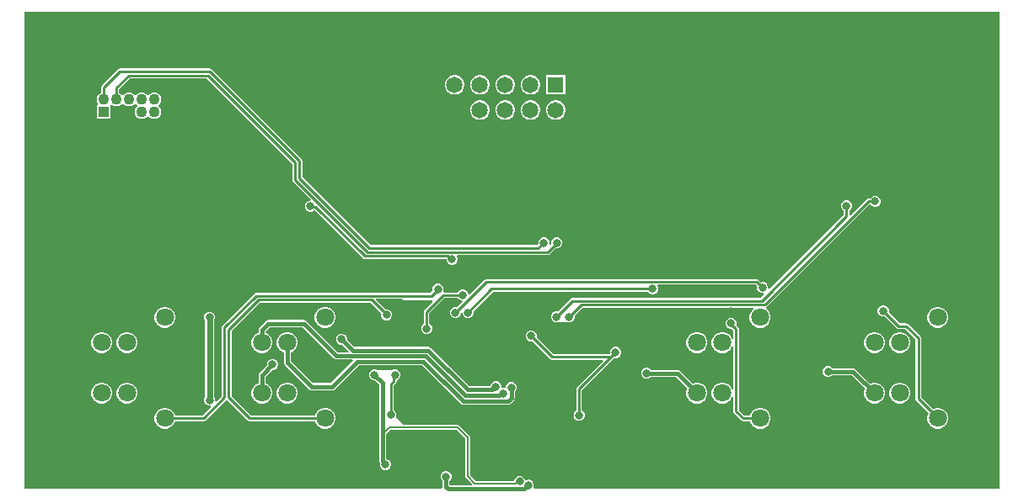
<source format=gbl>
G04*
G04 #@! TF.GenerationSoftware,Altium Limited,Altium Designer,21.9.1 (22)*
G04*
G04 Layer_Physical_Order=2*
G04 Layer_Color=16711680*
%FSLAX25Y25*%
%MOIN*%
G70*
G04*
G04 #@! TF.SameCoordinates,0F29A8BA-E8F9-4293-BDD9-90E20D7A2386*
G04*
G04*
G04 #@! TF.FilePolarity,Positive*
G04*
G01*
G75*
%ADD13C,0.01000*%
%ADD37C,0.02362*%
%ADD38C,0.01575*%
%ADD42C,0.00800*%
%ADD43C,0.07087*%
%ADD44R,0.06496X0.06496*%
%ADD45C,0.06496*%
%ADD46R,0.04331X0.04331*%
%ADD47C,0.04331*%
%ADD48C,0.03150*%
G36*
X389764Y3937D02*
X205642D01*
X205308Y4437D01*
X205452Y4784D01*
Y5649D01*
X205121Y6448D01*
X204509Y7060D01*
X203710Y7391D01*
X202845D01*
X202472Y7237D01*
X201978Y7224D01*
X201647Y8023D01*
X201035Y8635D01*
X200236Y8966D01*
X199371D01*
X198571Y8635D01*
X197959Y8023D01*
X197628Y7224D01*
Y7023D01*
X182509D01*
X180252Y9281D01*
Y24213D01*
X180174Y24603D01*
X179953Y24934D01*
X176016Y28871D01*
X175686Y29092D01*
X175295Y29169D01*
X153921D01*
X150952Y32138D01*
X150800Y32366D01*
X150994Y32835D01*
Y33700D01*
X150663Y34500D01*
X150051Y35111D01*
X149941Y35157D01*
Y44798D01*
X150842Y45700D01*
X150842Y45700D01*
X151086Y46064D01*
X151171Y46493D01*
X151171Y46493D01*
Y46965D01*
X151693Y47181D01*
X152304Y47793D01*
X152636Y48593D01*
Y49458D01*
X152304Y50257D01*
X151693Y50869D01*
X150893Y51200D01*
X150028D01*
X149229Y50869D01*
X149147Y50787D01*
X143996D01*
X143996Y50787D01*
X143542Y50897D01*
X142810Y51200D01*
X141945D01*
X141146Y50869D01*
X140534Y50257D01*
X140203Y49458D01*
Y48593D01*
X140534Y47793D01*
X141146Y47181D01*
X141945Y46850D01*
X142533D01*
X144255Y45129D01*
Y25689D01*
Y14895D01*
X144362Y14353D01*
X144546Y14079D01*
X144479Y13917D01*
Y13052D01*
X144810Y12252D01*
X145422Y11641D01*
X146221Y11310D01*
X147086D01*
X147886Y11641D01*
X148497Y12252D01*
X148828Y13052D01*
Y13917D01*
X148497Y14716D01*
X147886Y15328D01*
X147086Y15659D01*
X147084D01*
Y25662D01*
X148552Y27130D01*
X174873D01*
X178213Y23790D01*
Y8858D01*
X178290Y8468D01*
X178511Y8137D01*
X180994Y5655D01*
X180787Y5155D01*
X172178D01*
X172084Y5249D01*
Y7000D01*
X172513Y7429D01*
X172844Y8229D01*
Y9094D01*
X172513Y9893D01*
X171901Y10505D01*
X171102Y10836D01*
X170237D01*
X169437Y10505D01*
X168826Y9893D01*
X168494Y9094D01*
Y8229D01*
X168826Y7429D01*
X169255Y7000D01*
Y4663D01*
X169300Y4437D01*
X168930Y3937D01*
X3937D01*
Y192913D01*
X389764D01*
Y3937D01*
D02*
G37*
%LPC*%
G36*
X217943Y167785D02*
X210246D01*
Y160089D01*
X217943D01*
Y167785D01*
D02*
G37*
G36*
X204601D02*
X203588D01*
X202609Y167523D01*
X201732Y167016D01*
X201015Y166300D01*
X200509Y165422D01*
X200247Y164444D01*
Y163430D01*
X200509Y162452D01*
X201015Y161574D01*
X201732Y160858D01*
X202609Y160351D01*
X203588Y160089D01*
X204601D01*
X205580Y160351D01*
X206457Y160858D01*
X207174Y161574D01*
X207680Y162452D01*
X207943Y163430D01*
Y164444D01*
X207680Y165422D01*
X207174Y166300D01*
X206457Y167016D01*
X205580Y167523D01*
X204601Y167785D01*
D02*
G37*
G36*
X194601D02*
X193588D01*
X192609Y167523D01*
X191732Y167016D01*
X191015Y166300D01*
X190509Y165422D01*
X190246Y164444D01*
Y163430D01*
X190509Y162452D01*
X191015Y161574D01*
X191732Y160858D01*
X192609Y160351D01*
X193588Y160089D01*
X194601D01*
X195580Y160351D01*
X196457Y160858D01*
X197174Y161574D01*
X197680Y162452D01*
X197942Y163430D01*
Y164444D01*
X197680Y165422D01*
X197174Y166300D01*
X196457Y167016D01*
X195580Y167523D01*
X194601Y167785D01*
D02*
G37*
G36*
X184601D02*
X183588D01*
X182609Y167523D01*
X181732Y167016D01*
X181015Y166300D01*
X180509Y165422D01*
X180246Y164444D01*
Y163430D01*
X180509Y162452D01*
X181015Y161574D01*
X181732Y160858D01*
X182609Y160351D01*
X183588Y160089D01*
X184601D01*
X185580Y160351D01*
X186457Y160858D01*
X187174Y161574D01*
X187680Y162452D01*
X187943Y163430D01*
Y164444D01*
X187680Y165422D01*
X187174Y166300D01*
X186457Y167016D01*
X185580Y167523D01*
X184601Y167785D01*
D02*
G37*
G36*
X174601D02*
X173588D01*
X172609Y167523D01*
X171732Y167016D01*
X171015Y166300D01*
X170509Y165422D01*
X170247Y164444D01*
Y163430D01*
X170509Y162452D01*
X171015Y161574D01*
X171732Y160858D01*
X172609Y160351D01*
X173588Y160089D01*
X174601D01*
X175580Y160351D01*
X176457Y160858D01*
X177174Y161574D01*
X177680Y162452D01*
X177943Y163430D01*
Y164444D01*
X177680Y165422D01*
X177174Y166300D01*
X176457Y167016D01*
X175580Y167523D01*
X174601Y167785D01*
D02*
G37*
G36*
X214601Y157785D02*
X213588D01*
X212609Y157523D01*
X211732Y157016D01*
X211015Y156300D01*
X210509Y155422D01*
X210246Y154444D01*
Y153430D01*
X210509Y152452D01*
X211015Y151574D01*
X211732Y150858D01*
X212609Y150351D01*
X213588Y150089D01*
X214601D01*
X215580Y150351D01*
X216457Y150858D01*
X217174Y151574D01*
X217680Y152452D01*
X217943Y153430D01*
Y154444D01*
X217680Y155422D01*
X217174Y156300D01*
X216457Y157016D01*
X215580Y157523D01*
X214601Y157785D01*
D02*
G37*
G36*
X204601D02*
X203588D01*
X202609Y157523D01*
X201732Y157016D01*
X201015Y156300D01*
X200509Y155422D01*
X200247Y154444D01*
Y153430D01*
X200509Y152452D01*
X201015Y151574D01*
X201732Y150858D01*
X202609Y150351D01*
X203588Y150089D01*
X204601D01*
X205580Y150351D01*
X206457Y150858D01*
X207174Y151574D01*
X207680Y152452D01*
X207943Y153430D01*
Y154444D01*
X207680Y155422D01*
X207174Y156300D01*
X206457Y157016D01*
X205580Y157523D01*
X204601Y157785D01*
D02*
G37*
G36*
X194601D02*
X193588D01*
X192609Y157523D01*
X191732Y157016D01*
X191015Y156300D01*
X190509Y155422D01*
X190246Y154444D01*
Y153430D01*
X190509Y152452D01*
X191015Y151574D01*
X191732Y150858D01*
X192609Y150351D01*
X193588Y150089D01*
X194601D01*
X195580Y150351D01*
X196457Y150858D01*
X197174Y151574D01*
X197680Y152452D01*
X197942Y153430D01*
Y154444D01*
X197680Y155422D01*
X197174Y156300D01*
X196457Y157016D01*
X195580Y157523D01*
X194601Y157785D01*
D02*
G37*
G36*
X184601D02*
X183588D01*
X182609Y157523D01*
X181732Y157016D01*
X181015Y156300D01*
X180509Y155422D01*
X180246Y154444D01*
Y153430D01*
X180509Y152452D01*
X181015Y151574D01*
X181732Y150858D01*
X182609Y150351D01*
X183588Y150089D01*
X184601D01*
X185580Y150351D01*
X186457Y150858D01*
X187174Y151574D01*
X187680Y152452D01*
X187943Y153430D01*
Y154444D01*
X187680Y155422D01*
X187174Y156300D01*
X186457Y157016D01*
X185580Y157523D01*
X184601Y157785D01*
D02*
G37*
G36*
X340885Y119891D02*
X340020D01*
X339221Y119560D01*
X338609Y118948D01*
X338563Y118838D01*
X337795D01*
X337366Y118753D01*
X337002Y118510D01*
X337002Y118510D01*
X330657Y112164D01*
X330157Y112372D01*
Y114055D01*
X330267Y114101D01*
X330879Y114713D01*
X331210Y115512D01*
Y116377D01*
X330879Y117177D01*
X330267Y117789D01*
X329468Y118120D01*
X328603D01*
X327803Y117789D01*
X327192Y117177D01*
X326861Y116377D01*
Y115512D01*
X327192Y114713D01*
X327803Y114101D01*
X327914Y114055D01*
Y112388D01*
X298536Y83011D01*
X298443Y83035D01*
X298074Y83256D01*
Y83996D01*
X297743Y84795D01*
X297131Y85407D01*
X296332Y85738D01*
X295467D01*
X295356Y85692D01*
X294429Y86620D01*
X294065Y86863D01*
X293636Y86948D01*
X293636Y86948D01*
X186614D01*
X186614Y86948D01*
X186185Y86863D01*
X185821Y86620D01*
X185821Y86620D01*
X179918Y80717D01*
X179456Y80908D01*
Y80993D01*
X179125Y81792D01*
X178513Y82404D01*
X177714Y82735D01*
X176849D01*
X176049Y82404D01*
X175438Y81792D01*
X175392Y81682D01*
X169874D01*
X169536Y82143D01*
X169533Y82165D01*
X169689Y82541D01*
Y83406D01*
X169358Y84206D01*
X168746Y84817D01*
X167947Y85149D01*
X167081D01*
X166282Y84817D01*
X165670Y84206D01*
X165339Y83406D01*
Y82541D01*
X165385Y82431D01*
X164416Y81462D01*
X95695D01*
X95265Y81376D01*
X94901Y81133D01*
X94901Y81133D01*
X82278Y68510D01*
X82035Y68146D01*
X81949Y67716D01*
X81949Y67716D01*
Y40543D01*
X79802Y38396D01*
X79615Y38456D01*
X79340Y38641D01*
Y39409D01*
X79009Y40208D01*
X78981Y40236D01*
Y70551D01*
X79009Y70579D01*
X79340Y71378D01*
Y72244D01*
X79009Y73043D01*
X78397Y73655D01*
X77598Y73986D01*
X76733D01*
X75933Y73655D01*
X75322Y73043D01*
X74990Y72244D01*
Y71378D01*
X75322Y70579D01*
X75349Y70551D01*
Y40236D01*
X75322Y40208D01*
X74990Y39409D01*
Y38544D01*
X75322Y37745D01*
X75933Y37133D01*
X76733Y36802D01*
X77500D01*
X77686Y36526D01*
X77746Y36340D01*
X74339Y32933D01*
X63477D01*
X63349Y33410D01*
X62804Y34355D01*
X62032Y35127D01*
X61087Y35672D01*
X60034Y35954D01*
X58943D01*
X57889Y35672D01*
X56944Y35127D01*
X56173Y34355D01*
X55627Y33410D01*
X55345Y32357D01*
Y31266D01*
X55627Y30212D01*
X56173Y29267D01*
X56944Y28496D01*
X57889Y27950D01*
X58943Y27668D01*
X60034D01*
X61087Y27950D01*
X62032Y28496D01*
X62804Y29267D01*
X63349Y30212D01*
X63477Y30689D01*
X74724D01*
X74764Y30697D01*
X74803Y30689D01*
X75232Y30775D01*
X75596Y31018D01*
X83544Y38966D01*
X84237Y38980D01*
X92199Y31018D01*
X92199Y31018D01*
X92563Y30775D01*
X92992Y30689D01*
X92992Y30689D01*
X118885D01*
X119013Y30212D01*
X119559Y29267D01*
X120330Y28496D01*
X121275Y27950D01*
X122328Y27668D01*
X123419D01*
X124473Y27950D01*
X125418Y28496D01*
X126189Y29267D01*
X126735Y30212D01*
X127017Y31266D01*
Y32357D01*
X126735Y33410D01*
X126189Y34355D01*
X125418Y35127D01*
X124473Y35672D01*
X123419Y35954D01*
X122328D01*
X121275Y35672D01*
X120330Y35127D01*
X119559Y34355D01*
X119013Y33410D01*
X118885Y32933D01*
X93457D01*
X85792Y40597D01*
Y66490D01*
X96921Y77619D01*
X140874D01*
X145115Y73378D01*
X145069Y73267D01*
Y72402D01*
X145400Y71603D01*
X146012Y70991D01*
X146811Y70660D01*
X147677D01*
X148476Y70991D01*
X149088Y71603D01*
X149419Y72402D01*
Y73267D01*
X149088Y74067D01*
X148476Y74678D01*
X147677Y75010D01*
X146811D01*
X146701Y74964D01*
X142908Y78757D01*
X143099Y79219D01*
X153001D01*
X153789Y78431D01*
X153836Y78478D01*
X165221D01*
X165428Y77978D01*
X162199Y74749D01*
X161956Y74385D01*
X161871Y73956D01*
X161871Y73956D01*
Y69212D01*
X161760Y69166D01*
X161148Y68555D01*
X160817Y67755D01*
Y66890D01*
X161148Y66091D01*
X161760Y65479D01*
X162559Y65148D01*
X163425D01*
X164224Y65479D01*
X164836Y66091D01*
X165167Y66890D01*
Y67755D01*
X164836Y68555D01*
X164224Y69166D01*
X164114Y69212D01*
Y73492D01*
X170061Y79439D01*
X175392D01*
X175438Y79328D01*
X176049Y78717D01*
X176849Y78386D01*
X176934D01*
X177125Y77924D01*
X174952Y75751D01*
X174842Y75797D01*
X173977D01*
X173178Y75466D01*
X172566Y74854D01*
X172235Y74055D01*
Y73189D01*
X172566Y72390D01*
X173178Y71778D01*
X173977Y71447D01*
X174842D01*
X175641Y71778D01*
X176253Y72390D01*
X176584Y73189D01*
Y73880D01*
X176656Y73929D01*
X177156Y73664D01*
Y73189D01*
X177487Y72390D01*
X178099Y71778D01*
X178898Y71447D01*
X179763D01*
X180563Y71778D01*
X181174Y72390D01*
X181506Y73189D01*
Y74055D01*
X181460Y74165D01*
X189244Y81949D01*
X250473D01*
X250518Y81839D01*
X251130Y81227D01*
X251930Y80896D01*
X252795D01*
X253594Y81227D01*
X254206Y81839D01*
X254537Y82638D01*
Y83504D01*
X254246Y84205D01*
X254457Y84705D01*
X293171D01*
X293770Y84106D01*
X293725Y83996D01*
Y83130D01*
X294056Y82331D01*
X294668Y81719D01*
X295467Y81388D01*
X296207D01*
X296428Y81019D01*
X296452Y80926D01*
X294994Y79468D01*
X220726D01*
X220297Y79383D01*
X219933Y79140D01*
X219933Y79140D01*
X214883Y74090D01*
X214773Y74135D01*
X213908D01*
X213109Y73804D01*
X212497Y73193D01*
X212166Y72393D01*
Y71528D01*
X212497Y70729D01*
X213109Y70117D01*
X213908Y69786D01*
X214773D01*
X215345Y70023D01*
X215426Y69882D01*
X218209D01*
Y69882D01*
X218388Y70001D01*
X218908Y69786D01*
X219773D01*
X220572Y70117D01*
X221184Y70729D01*
X221515Y71528D01*
Y72393D01*
X221470Y72504D01*
X224591Y75625D01*
X292275D01*
X292375Y75250D01*
X292376Y75125D01*
X291606Y74355D01*
X291060Y73410D01*
X290778Y72356D01*
Y71266D01*
X291060Y70212D01*
X291606Y69267D01*
X292377Y68496D01*
X293322Y67950D01*
X294376Y67668D01*
X295467D01*
X296520Y67950D01*
X297465Y68496D01*
X298237Y69267D01*
X298782Y70212D01*
X299065Y71266D01*
Y72356D01*
X298782Y73410D01*
X298237Y74355D01*
X297465Y75126D01*
X297316Y75213D01*
X297292Y75410D01*
X297347Y75772D01*
X297618Y75953D01*
X338101Y116437D01*
X338221Y116448D01*
X338683Y116410D01*
X339221Y115873D01*
X340020Y115542D01*
X340885D01*
X341685Y115873D01*
X342297Y116485D01*
X342628Y117284D01*
Y118149D01*
X342297Y118948D01*
X341685Y119560D01*
X340885Y119891D01*
D02*
G37*
G36*
X77169Y170413D02*
X77169Y170413D01*
X41732D01*
X41303Y170327D01*
X40939Y170084D01*
X40939Y170084D01*
X34482Y163628D01*
X34239Y163264D01*
X34154Y162835D01*
X34154Y162835D01*
Y160695D01*
X33578Y160362D01*
X33063Y159848D01*
X32699Y159217D01*
X32510Y158514D01*
Y157785D01*
X32699Y157082D01*
X33063Y156452D01*
X33099Y156415D01*
X32892Y155915D01*
X32510D01*
Y150384D01*
X38041D01*
Y155441D01*
X38041Y155766D01*
X38500Y156015D01*
X38578Y155937D01*
X39208Y155573D01*
X39911Y155384D01*
X40640D01*
X41343Y155573D01*
X41974Y155937D01*
X42488Y156452D01*
X42526Y156516D01*
X43026D01*
X43063Y156452D01*
X43578Y155937D01*
X44208Y155573D01*
X44912Y155384D01*
X45640D01*
X46343Y155573D01*
X46974Y155937D01*
X47488Y156452D01*
X47526Y156516D01*
X48026D01*
X48063Y156452D01*
X48578Y155937D01*
X48642Y155900D01*
Y155400D01*
X48578Y155362D01*
X48063Y154848D01*
X47699Y154217D01*
X47510Y153514D01*
Y152786D01*
X47699Y152082D01*
X48063Y151452D01*
X48578Y150937D01*
X49208Y150573D01*
X49911Y150384D01*
X50640D01*
X51343Y150573D01*
X51974Y150937D01*
X52488Y151452D01*
X52526Y151516D01*
X53026D01*
X53063Y151452D01*
X53578Y150937D01*
X54208Y150573D01*
X54912Y150384D01*
X55640D01*
X56343Y150573D01*
X56974Y150937D01*
X57488Y151452D01*
X57853Y152082D01*
X58041Y152786D01*
Y153514D01*
X57853Y154217D01*
X57488Y154848D01*
X56974Y155362D01*
X56909Y155400D01*
Y155900D01*
X56974Y155937D01*
X57488Y156452D01*
X57853Y157082D01*
X58041Y157785D01*
Y158514D01*
X57853Y159217D01*
X57488Y159848D01*
X56974Y160362D01*
X56343Y160726D01*
X55640Y160915D01*
X54912D01*
X54208Y160726D01*
X53578Y160362D01*
X53063Y159848D01*
X53026Y159783D01*
X52526D01*
X52488Y159848D01*
X51974Y160362D01*
X51343Y160726D01*
X50640Y160915D01*
X49911D01*
X49208Y160726D01*
X48578Y160362D01*
X48063Y159848D01*
X48026Y159783D01*
X47526D01*
X47488Y159848D01*
X46974Y160362D01*
X46343Y160726D01*
X45640Y160915D01*
X44912D01*
X44208Y160726D01*
X43578Y160362D01*
X43063Y159848D01*
X43026Y159783D01*
X42526D01*
X42488Y159848D01*
X41974Y160362D01*
X41397Y160695D01*
Y162272D01*
X45622Y166497D01*
X76012D01*
X109902Y132606D01*
Y126280D01*
X109902Y126280D01*
X109987Y125850D01*
X110231Y125487D01*
X117196Y118521D01*
X116989Y118021D01*
X116595D01*
X115796Y117690D01*
X115184Y117078D01*
X114853Y116279D01*
Y115414D01*
X115184Y114614D01*
X115796Y114003D01*
X116595Y113672D01*
X117460D01*
X118260Y114003D01*
X118658Y114401D01*
X137790Y95270D01*
X137790Y95270D01*
X138154Y95027D01*
X138583Y94941D01*
X138583Y94941D01*
X170896D01*
Y94432D01*
X171227Y93633D01*
X171839Y93021D01*
X172638Y92690D01*
X173503D01*
X174303Y93021D01*
X174915Y93633D01*
X175246Y94432D01*
Y95297D01*
X174937Y96041D01*
X175123Y96541D01*
X210852D01*
X210852Y96541D01*
X211281Y96627D01*
X211645Y96870D01*
X213926Y99150D01*
X214036Y99105D01*
X214901D01*
X215700Y99436D01*
X216312Y100048D01*
X216643Y100847D01*
Y101712D01*
X216312Y102512D01*
X215700Y103123D01*
X214901Y103454D01*
X214036D01*
X213237Y103123D01*
X212625Y102512D01*
X212294Y101712D01*
Y100847D01*
X212339Y100737D01*
X211963Y100361D01*
X211539Y100644D01*
X211624Y100847D01*
Y101712D01*
X211293Y102512D01*
X210681Y103123D01*
X209881Y103454D01*
X209016D01*
X208217Y103123D01*
X207605Y102512D01*
X207274Y101712D01*
Y101006D01*
X206652Y100384D01*
X140871D01*
X113818Y127437D01*
Y133764D01*
X113818Y133764D01*
X113733Y134193D01*
X113490Y134557D01*
X113490Y134557D01*
X77962Y170084D01*
X77599Y170327D01*
X77169Y170413D01*
D02*
G37*
G36*
X365703Y75954D02*
X364612D01*
X363558Y75672D01*
X362613Y75126D01*
X361842Y74355D01*
X361297Y73410D01*
X361014Y72356D01*
Y71266D01*
X361297Y70212D01*
X361842Y69267D01*
X362613Y68496D01*
X363558Y67950D01*
X364612Y67668D01*
X365703D01*
X366757Y67950D01*
X367702Y68496D01*
X368473Y69267D01*
X369018Y70212D01*
X369301Y71266D01*
Y72356D01*
X369018Y73410D01*
X368473Y74355D01*
X367702Y75126D01*
X366757Y75672D01*
X365703Y75954D01*
D02*
G37*
G36*
X123419D02*
X122328D01*
X121275Y75672D01*
X120330Y75126D01*
X119559Y74355D01*
X119013Y73410D01*
X118731Y72356D01*
Y71266D01*
X119013Y70212D01*
X119559Y69267D01*
X120330Y68496D01*
X121275Y67950D01*
X122328Y67668D01*
X123419D01*
X124473Y67950D01*
X125418Y68496D01*
X126189Y69267D01*
X126735Y70212D01*
X127017Y71266D01*
Y72356D01*
X126735Y73410D01*
X126189Y74355D01*
X125418Y75126D01*
X124473Y75672D01*
X123419Y75954D01*
D02*
G37*
G36*
X60034D02*
X58943D01*
X57889Y75672D01*
X56944Y75126D01*
X56173Y74355D01*
X55627Y73410D01*
X55345Y72356D01*
Y71266D01*
X55627Y70212D01*
X56173Y69267D01*
X56944Y68496D01*
X57889Y67950D01*
X58943Y67668D01*
X60034D01*
X61087Y67950D01*
X62032Y68496D01*
X62804Y69267D01*
X63349Y70212D01*
X63631Y71266D01*
Y72356D01*
X63349Y73410D01*
X62804Y74355D01*
X62032Y75126D01*
X61087Y75672D01*
X60034Y75954D01*
D02*
G37*
G36*
X283861Y71616D02*
X282996D01*
X282197Y71285D01*
X281585Y70673D01*
X281254Y69873D01*
Y69008D01*
X281585Y68209D01*
X282197Y67597D01*
X282996Y67266D01*
X283678D01*
X284312Y66632D01*
Y63367D01*
X283811Y63301D01*
X283782Y63410D01*
X283237Y64355D01*
X282465Y65127D01*
X281521Y65672D01*
X280467Y65954D01*
X279376D01*
X278322Y65672D01*
X277377Y65127D01*
X276606Y64355D01*
X276060Y63410D01*
X275778Y62357D01*
Y61265D01*
X276060Y60212D01*
X276606Y59267D01*
X277377Y58496D01*
X278322Y57950D01*
X279376Y57668D01*
X280467D01*
X281521Y57950D01*
X282465Y58496D01*
X283237Y59267D01*
X283782Y60212D01*
X283811Y60321D01*
X284312Y60255D01*
Y43367D01*
X283811Y43301D01*
X283782Y43410D01*
X283237Y44355D01*
X282465Y45127D01*
X281521Y45672D01*
X280467Y45954D01*
X279376D01*
X278322Y45672D01*
X277377Y45127D01*
X276606Y44355D01*
X276060Y43410D01*
X275778Y42357D01*
Y41265D01*
X276060Y40212D01*
X276606Y39267D01*
X277377Y38496D01*
X278322Y37950D01*
X279376Y37668D01*
X280467D01*
X281521Y37950D01*
X282465Y38496D01*
X283237Y39267D01*
X283782Y40212D01*
X283811Y40321D01*
X284312Y40255D01*
Y34567D01*
X284312Y34567D01*
X284397Y34138D01*
X284640Y33774D01*
X287396Y31018D01*
X287396Y31018D01*
X287760Y30775D01*
X288189Y30689D01*
X288189Y30689D01*
X290932D01*
X291060Y30212D01*
X291606Y29267D01*
X292377Y28496D01*
X293322Y27950D01*
X294376Y27668D01*
X295467D01*
X296520Y27950D01*
X297465Y28496D01*
X298237Y29267D01*
X298782Y30212D01*
X299065Y31266D01*
Y32357D01*
X298782Y33410D01*
X298237Y34355D01*
X297465Y35127D01*
X296520Y35672D01*
X295467Y35954D01*
X294376D01*
X293322Y35672D01*
X292377Y35127D01*
X291606Y34355D01*
X291060Y33410D01*
X290932Y32933D01*
X288653D01*
X286555Y35032D01*
Y67097D01*
X286555Y67097D01*
X286469Y67526D01*
X286226Y67890D01*
X286226Y67890D01*
X285458Y68658D01*
X285603Y69008D01*
Y69873D01*
X285272Y70673D01*
X284661Y71285D01*
X283861Y71616D01*
D02*
G37*
G36*
X350703Y65954D02*
X349612D01*
X348558Y65672D01*
X347613Y65127D01*
X346842Y64355D01*
X346297Y63410D01*
X346014Y62357D01*
Y61265D01*
X346297Y60212D01*
X346842Y59267D01*
X347613Y58496D01*
X348558Y57950D01*
X349612Y57668D01*
X350703D01*
X351757Y57950D01*
X352701Y58496D01*
X353473Y59267D01*
X354018Y60212D01*
X354301Y61265D01*
Y62357D01*
X354018Y63410D01*
X353473Y64355D01*
X352701Y65127D01*
X351757Y65672D01*
X350703Y65954D01*
D02*
G37*
G36*
X340703D02*
X339612D01*
X338558Y65672D01*
X337613Y65127D01*
X336842Y64355D01*
X336297Y63410D01*
X336014Y62357D01*
Y61265D01*
X336297Y60212D01*
X336842Y59267D01*
X337613Y58496D01*
X338558Y57950D01*
X339612Y57668D01*
X340703D01*
X341757Y57950D01*
X342702Y58496D01*
X343473Y59267D01*
X344018Y60212D01*
X344301Y61265D01*
Y62357D01*
X344018Y63410D01*
X343473Y64355D01*
X342702Y65127D01*
X341757Y65672D01*
X340703Y65954D01*
D02*
G37*
G36*
X270467D02*
X269376D01*
X268322Y65672D01*
X267377Y65127D01*
X266606Y64355D01*
X266060Y63410D01*
X265778Y62357D01*
Y61265D01*
X266060Y60212D01*
X266606Y59267D01*
X267377Y58496D01*
X268322Y57950D01*
X269376Y57668D01*
X270467D01*
X271520Y57950D01*
X272465Y58496D01*
X273237Y59267D01*
X273782Y60212D01*
X274065Y61265D01*
Y62357D01*
X273782Y63410D01*
X273237Y64355D01*
X272465Y65127D01*
X271520Y65672D01*
X270467Y65954D01*
D02*
G37*
G36*
X45034D02*
X43943D01*
X42889Y65672D01*
X41944Y65127D01*
X41173Y64355D01*
X40627Y63410D01*
X40345Y62357D01*
Y61265D01*
X40627Y60212D01*
X41173Y59267D01*
X41944Y58496D01*
X42889Y57950D01*
X43943Y57668D01*
X45034D01*
X46087Y57950D01*
X47032Y58496D01*
X47804Y59267D01*
X48349Y60212D01*
X48632Y61265D01*
Y62357D01*
X48349Y63410D01*
X47804Y64355D01*
X47032Y65127D01*
X46087Y65672D01*
X45034Y65954D01*
D02*
G37*
G36*
X35034D02*
X33943D01*
X32889Y65672D01*
X31944Y65127D01*
X31173Y64355D01*
X30627Y63410D01*
X30345Y62357D01*
Y61265D01*
X30627Y60212D01*
X31173Y59267D01*
X31944Y58496D01*
X32889Y57950D01*
X33943Y57668D01*
X35034D01*
X36087Y57950D01*
X37032Y58496D01*
X37804Y59267D01*
X38349Y60212D01*
X38631Y61265D01*
Y62357D01*
X38349Y63410D01*
X37804Y64355D01*
X37032Y65127D01*
X36087Y65672D01*
X35034Y65954D01*
D02*
G37*
G36*
X204783Y66547D02*
X203918D01*
X203118Y66216D01*
X202507Y65604D01*
X202176Y64805D01*
Y63939D01*
X202507Y63140D01*
X203118Y62528D01*
X203918Y62197D01*
X204783D01*
X204893Y62243D01*
X211827Y55309D01*
X211827Y55309D01*
X212191Y55066D01*
X212620Y54981D01*
X232651D01*
X232842Y54519D01*
X222506Y44183D01*
X222263Y43819D01*
X222178Y43389D01*
X222178Y43389D01*
Y34834D01*
X222067Y34789D01*
X221455Y34177D01*
X221124Y33377D01*
Y32512D01*
X221455Y31713D01*
X222067Y31101D01*
X222867Y30770D01*
X223732D01*
X224531Y31101D01*
X225143Y31713D01*
X225474Y32512D01*
Y33377D01*
X225143Y34177D01*
X224531Y34789D01*
X224421Y34834D01*
Y42925D01*
X236805Y55309D01*
X237241Y55745D01*
X237351Y55699D01*
X238216D01*
X239016Y56030D01*
X239628Y56642D01*
X239959Y57441D01*
Y58307D01*
X239628Y59106D01*
X239016Y59718D01*
X238216Y60049D01*
X237351D01*
X236552Y59718D01*
X235940Y59106D01*
X235609Y58307D01*
Y57441D01*
X235158Y57224D01*
X213085D01*
X206480Y63829D01*
X206525Y63939D01*
Y64805D01*
X206194Y65604D01*
X205582Y66216D01*
X204783Y66547D01*
D02*
G37*
G36*
X114567Y70706D02*
X100394D01*
X99852Y70598D01*
X99393Y70292D01*
X96896Y67794D01*
X96589Y67335D01*
X96482Y66794D01*
Y65727D01*
X96275Y65672D01*
X95330Y65127D01*
X94559Y64355D01*
X94013Y63410D01*
X93731Y62357D01*
Y61265D01*
X94013Y60212D01*
X94559Y59267D01*
X95330Y58496D01*
X96275Y57950D01*
X97329Y57668D01*
X98419D01*
X99473Y57950D01*
X100418Y58496D01*
X101189Y59267D01*
X101735Y60212D01*
X102017Y61265D01*
Y62357D01*
X101735Y63410D01*
X101189Y64355D01*
X100418Y65127D01*
X99473Y65672D01*
X99311Y65715D01*
Y66208D01*
X100980Y67877D01*
X113981D01*
X126371Y55486D01*
X126830Y55180D01*
X127372Y55072D01*
X133717D01*
X133909Y54610D01*
X125030Y45731D01*
X118080D01*
X109289Y54523D01*
Y57901D01*
X109473Y57950D01*
X110418Y58496D01*
X111189Y59267D01*
X111735Y60212D01*
X112017Y61265D01*
Y62357D01*
X111735Y63410D01*
X111189Y64355D01*
X110418Y65127D01*
X109473Y65672D01*
X108420Y65954D01*
X107328D01*
X106275Y65672D01*
X105330Y65127D01*
X104559Y64355D01*
X104013Y63410D01*
X103731Y62357D01*
Y61265D01*
X104013Y60212D01*
X104559Y59267D01*
X105330Y58496D01*
X106275Y57950D01*
X106459Y57901D01*
Y53937D01*
X106567Y53396D01*
X106874Y52937D01*
X116494Y43316D01*
X116953Y43010D01*
X117494Y42902D01*
X125616D01*
X126157Y43010D01*
X126616Y43316D01*
X136197Y52897D01*
X161146D01*
X176460Y37582D01*
X176919Y37276D01*
X177461Y37168D01*
X195223D01*
X195764Y37276D01*
X196223Y37582D01*
X197457Y38816D01*
X197764Y39275D01*
X197871Y39817D01*
Y42354D01*
X198300Y42783D01*
X198632Y43582D01*
Y44448D01*
X198300Y45247D01*
X197689Y45859D01*
X196889Y46190D01*
X196024D01*
X195225Y45859D01*
X194613Y45247D01*
X194282Y44448D01*
Y44026D01*
X193782Y43692D01*
X193715Y43720D01*
X193056D01*
X192823Y43765D01*
X192594Y44155D01*
Y44675D01*
X192263Y45475D01*
X191651Y46087D01*
X190852Y46418D01*
X189987D01*
X189187Y46087D01*
X188575Y45475D01*
X188244Y44675D01*
Y44584D01*
X179858D01*
X164780Y59662D01*
X164321Y59968D01*
X163779Y60076D01*
X134444D01*
X131506Y63015D01*
Y63622D01*
X131174Y64421D01*
X130563Y65033D01*
X129763Y65364D01*
X128898D01*
X128099Y65033D01*
X127487Y64421D01*
X127156Y63622D01*
Y62756D01*
X127487Y61957D01*
X128099Y61345D01*
X128898Y61014D01*
X129505D01*
X132156Y58363D01*
X131965Y57901D01*
X127958D01*
X115567Y70292D01*
X115108Y70598D01*
X114567Y70706D01*
D02*
G37*
G36*
X350703Y45954D02*
X349612D01*
X348558Y45672D01*
X347613Y45127D01*
X346842Y44355D01*
X346297Y43410D01*
X346014Y42357D01*
Y41265D01*
X346297Y40212D01*
X346842Y39267D01*
X347613Y38496D01*
X348558Y37950D01*
X349612Y37668D01*
X350703D01*
X351757Y37950D01*
X352701Y38496D01*
X353473Y39267D01*
X354018Y40212D01*
X354301Y41265D01*
Y42357D01*
X354018Y43410D01*
X353473Y44355D01*
X352701Y45127D01*
X351757Y45672D01*
X350703Y45954D01*
D02*
G37*
G36*
X322229Y52397D02*
X321364D01*
X320565Y52066D01*
X319953Y51454D01*
X319622Y50655D01*
Y49790D01*
X319953Y48990D01*
X320565Y48379D01*
X321364Y48048D01*
X322229D01*
X323028Y48379D01*
X323458Y48808D01*
X331160D01*
X336392Y43576D01*
X336297Y43410D01*
X336014Y42357D01*
Y41265D01*
X336297Y40212D01*
X336842Y39267D01*
X337613Y38496D01*
X338558Y37950D01*
X339612Y37668D01*
X340703D01*
X341757Y37950D01*
X342702Y38496D01*
X343473Y39267D01*
X344018Y40212D01*
X344301Y41265D01*
Y42357D01*
X344018Y43410D01*
X343473Y44355D01*
X342702Y45127D01*
X341757Y45672D01*
X340703Y45954D01*
X339612D01*
X338558Y45672D01*
X338393Y45576D01*
X332746Y51223D01*
X332287Y51529D01*
X331746Y51637D01*
X323458D01*
X323028Y52066D01*
X322229Y52397D01*
D02*
G37*
G36*
X250433Y51781D02*
X249567D01*
X248768Y51450D01*
X248156Y50838D01*
X247825Y50039D01*
Y49174D01*
X248156Y48374D01*
X248768Y47763D01*
X249567Y47431D01*
X250433D01*
X251232Y47763D01*
X251661Y48192D01*
X261540D01*
X266156Y43576D01*
X266060Y43410D01*
X265778Y42357D01*
Y41265D01*
X266060Y40212D01*
X266606Y39267D01*
X267377Y38496D01*
X268322Y37950D01*
X269376Y37668D01*
X270467D01*
X271520Y37950D01*
X272465Y38496D01*
X273237Y39267D01*
X273782Y40212D01*
X274065Y41265D01*
Y42357D01*
X273782Y43410D01*
X273237Y44355D01*
X272465Y45127D01*
X271520Y45672D01*
X270467Y45954D01*
X269376D01*
X268322Y45672D01*
X268156Y45576D01*
X263126Y50607D01*
X262667Y50913D01*
X262126Y51021D01*
X251661D01*
X251232Y51450D01*
X250433Y51781D01*
D02*
G37*
G36*
X108420Y45954D02*
X107328D01*
X106275Y45672D01*
X105330Y45127D01*
X104559Y44355D01*
X104013Y43410D01*
X103731Y42357D01*
Y41265D01*
X104013Y40212D01*
X104559Y39267D01*
X105330Y38496D01*
X106275Y37950D01*
X107328Y37668D01*
X108420D01*
X109473Y37950D01*
X110418Y38496D01*
X111189Y39267D01*
X111735Y40212D01*
X112017Y41265D01*
Y42357D01*
X111735Y43410D01*
X111189Y44355D01*
X110418Y45127D01*
X109473Y45672D01*
X108420Y45954D01*
D02*
G37*
G36*
X102518Y55324D02*
X101653D01*
X100853Y54993D01*
X100241Y54382D01*
X99910Y53582D01*
Y52975D01*
X96874Y49939D01*
X96567Y49480D01*
X96459Y48939D01*
Y45721D01*
X96275Y45672D01*
X95330Y45127D01*
X94559Y44355D01*
X94013Y43410D01*
X93731Y42357D01*
Y41265D01*
X94013Y40212D01*
X94559Y39267D01*
X95330Y38496D01*
X96275Y37950D01*
X97329Y37668D01*
X98419D01*
X99473Y37950D01*
X100418Y38496D01*
X101189Y39267D01*
X101735Y40212D01*
X102017Y41265D01*
Y42357D01*
X101735Y43410D01*
X101189Y44355D01*
X100418Y45127D01*
X99473Y45672D01*
X99289Y45721D01*
Y48353D01*
X101911Y50975D01*
X102518D01*
X103317Y51306D01*
X103929Y51918D01*
X104260Y52717D01*
Y53582D01*
X103929Y54382D01*
X103317Y54993D01*
X102518Y55324D01*
D02*
G37*
G36*
X45034Y45954D02*
X43943D01*
X42889Y45672D01*
X41944Y45127D01*
X41173Y44355D01*
X40627Y43410D01*
X40345Y42357D01*
Y41265D01*
X40627Y40212D01*
X41173Y39267D01*
X41944Y38496D01*
X42889Y37950D01*
X43943Y37668D01*
X45034D01*
X46087Y37950D01*
X47032Y38496D01*
X47804Y39267D01*
X48349Y40212D01*
X48632Y41265D01*
Y42357D01*
X48349Y43410D01*
X47804Y44355D01*
X47032Y45127D01*
X46087Y45672D01*
X45034Y45954D01*
D02*
G37*
G36*
X35034D02*
X33943D01*
X32889Y45672D01*
X31944Y45127D01*
X31173Y44355D01*
X30627Y43410D01*
X30345Y42357D01*
Y41265D01*
X30627Y40212D01*
X31173Y39267D01*
X31944Y38496D01*
X32889Y37950D01*
X33943Y37668D01*
X35034D01*
X36087Y37950D01*
X37032Y38496D01*
X37804Y39267D01*
X38349Y40212D01*
X38631Y41265D01*
Y42357D01*
X38349Y43410D01*
X37804Y44355D01*
X37032Y45127D01*
X36087Y45672D01*
X35034Y45954D01*
D02*
G37*
G36*
X344054Y76491D02*
X343189D01*
X342389Y76160D01*
X341778Y75548D01*
X341446Y74749D01*
Y73884D01*
X341778Y73085D01*
X342389Y72473D01*
X343189Y72142D01*
X344054D01*
X344164Y72187D01*
X348877Y67475D01*
X349241Y67232D01*
X349670Y67146D01*
X349670Y67146D01*
X352198D01*
X356359Y62986D01*
Y39488D01*
X356359Y39488D01*
X356444Y39059D01*
X356687Y38695D01*
X361544Y33839D01*
X361297Y33410D01*
X361014Y32357D01*
Y31266D01*
X361297Y30212D01*
X361842Y29267D01*
X362613Y28496D01*
X363558Y27950D01*
X364612Y27668D01*
X365703D01*
X366757Y27950D01*
X367702Y28496D01*
X368473Y29267D01*
X369018Y30212D01*
X369301Y31266D01*
Y32357D01*
X369018Y33410D01*
X368473Y34355D01*
X367702Y35127D01*
X366757Y35672D01*
X365703Y35954D01*
X364612D01*
X363558Y35672D01*
X363130Y35425D01*
X358602Y39953D01*
Y63450D01*
X358517Y63880D01*
X358273Y64243D01*
X358273Y64244D01*
X353456Y69061D01*
X353092Y69304D01*
X352663Y69389D01*
X352663Y69389D01*
X350135D01*
X345750Y73774D01*
X345796Y73884D01*
Y74749D01*
X345465Y75548D01*
X344853Y76160D01*
X344054Y76491D01*
D02*
G37*
%LPD*%
D13*
X188779Y83071D02*
X252362D01*
X179331Y73622D02*
X188779Y83071D01*
X219340Y71961D02*
X224126Y76746D01*
X296825D01*
X295458Y78347D02*
X329035Y111924D01*
X220726Y78347D02*
X295458D01*
X296825Y76746D02*
X337795Y117717D01*
X214340Y71961D02*
X220726Y78347D01*
X293636Y85827D02*
X295900Y83563D01*
X186614Y85827D02*
X293636D01*
X174409Y73622D02*
X186614Y85827D01*
X337795Y117717D02*
X340453D01*
X329035Y111924D02*
Y115945D01*
X141339Y78740D02*
X147244Y72835D01*
X96457Y78740D02*
X141339D01*
X111024Y126280D02*
X139640Y97663D01*
X76476Y167618D02*
X111024Y133071D01*
Y126280D02*
Y133071D01*
X112697Y126973D02*
X140407Y99263D01*
X77169Y169291D02*
X112697Y133764D01*
Y126973D02*
Y133764D01*
X45158Y167618D02*
X76476D01*
X41732Y169291D02*
X77169D01*
X357480Y39488D02*
X365158Y31811D01*
X357480Y39488D02*
Y63450D01*
X352663Y68268D02*
X357480Y63450D01*
X349670Y68268D02*
X352663D01*
X343621Y74317D02*
X349670Y68268D01*
X288189Y31811D02*
X294921D01*
X285433Y34567D02*
X288189Y31811D01*
X285433Y34567D02*
Y67097D01*
X283429Y69102D02*
Y69441D01*
Y69102D02*
X285433Y67097D01*
X164881Y80340D02*
X167514Y82974D01*
X95695Y80340D02*
X164881D01*
X84671Y66954D02*
X96457Y78740D01*
X83071Y67716D02*
X95695Y80340D01*
X84671Y40132D02*
Y66954D01*
X83071Y40079D02*
Y67716D01*
X84671Y40132D02*
X92992Y31811D01*
X122874D01*
X140407Y99263D02*
X207117D01*
X172609Y94865D02*
X173071D01*
X138583Y96063D02*
X171410D01*
X172609Y94865D01*
X209134Y101279D02*
X209449D01*
X210852Y97663D02*
X214469Y101279D01*
X119088Y115558D02*
X138583Y96063D01*
X139640Y97663D02*
X210852D01*
X207117Y99263D02*
X209134Y101279D01*
X167514Y82974D02*
Y82974D01*
X74803Y31811D02*
X83071Y40079D01*
X59488Y31811D02*
X74724D01*
X150049Y48614D02*
X150461Y49025D01*
X150049Y46493D02*
Y48614D01*
X162992Y67323D02*
Y73956D01*
X169596Y80560D01*
X148819Y45262D02*
X150049Y46493D01*
X148819Y33268D02*
Y45262D01*
X40276Y158150D02*
Y162736D01*
X45158Y167618D01*
X35276Y158150D02*
Y162835D01*
X41732Y169291D01*
X117316Y115558D02*
X119088D01*
X117028Y115847D02*
X117316Y115558D01*
X223299Y32945D02*
Y43389D01*
X236012Y56102D01*
X237784Y57874D01*
X236012Y56102D02*
X236012Y56102D01*
X212620Y56102D02*
X236012D01*
X204350Y64372D02*
X212620Y56102D01*
X237202Y57874D02*
X237784D01*
X169596Y80560D02*
X177281D01*
X174409Y73622D02*
Y73622D01*
X223031Y33212D02*
X223299Y32945D01*
D37*
X77165Y38976D02*
Y71811D01*
D38*
X321796Y50222D02*
X331746D01*
X340158Y41811D01*
X250000Y49606D02*
X262126D01*
X269921Y41811D01*
X97874Y48939D02*
X102085Y53150D01*
X97874Y41811D02*
Y48939D01*
X129331Y63189D02*
X133858Y58661D01*
X127165Y56693D02*
X127372Y56487D01*
X162682D01*
X178325Y40843D01*
X161732Y54312D02*
X177461Y38583D01*
X163779Y58661D02*
X179272Y43169D01*
X133858Y58661D02*
X163779D01*
X125616Y44317D02*
X135611Y54312D01*
X161732D01*
X179272Y43169D02*
X188919D01*
X177461Y38583D02*
X195223D01*
X178325Y40843D02*
X191573D01*
X97896Y61833D02*
Y66794D01*
X100394Y69291D02*
X114567D01*
X97896Y66794D02*
X100394Y69291D01*
X97874Y61811D02*
X97896Y61833D01*
X114567Y69291D02*
X127165Y56693D01*
X117494Y44317D02*
X125616D01*
X107874Y53937D02*
Y61811D01*
Y53937D02*
X117494Y44317D01*
X142377Y49006D02*
X145669Y45715D01*
X142377Y49006D02*
Y49025D01*
X146653Y13484D02*
Y13910D01*
X145669Y14895D02*
X146653Y13910D01*
X188919Y43169D02*
X189993Y44243D01*
X190419D01*
X195223Y38583D02*
X196457Y39817D01*
X191973Y41244D02*
X192982D01*
X196457Y39817D02*
Y44015D01*
X191573Y40843D02*
X191973Y41244D01*
X192982D02*
X193283Y41545D01*
X145669Y25689D02*
Y45715D01*
X203113Y5217D02*
X203277D01*
X201637Y3740D02*
X203113Y5217D01*
X145669Y14895D02*
Y25689D01*
X171592Y3740D02*
X201637D01*
X170669Y4663D02*
X171592Y3740D01*
X170669Y4663D02*
Y8661D01*
D42*
X199167Y6791D02*
X199803D01*
X182087Y6004D02*
X198380D01*
X179232Y8858D02*
X182087Y6004D01*
X198380D02*
X199167Y6791D01*
X175295Y28150D02*
X179232Y24213D01*
Y8858D02*
Y24213D01*
X148130Y28150D02*
X175295D01*
X145669Y25689D02*
X148130Y28150D01*
D43*
X44488Y41811D02*
D03*
X34488D02*
D03*
Y61811D02*
D03*
X44488D02*
D03*
X59488Y51811D02*
D03*
Y31811D02*
D03*
Y71811D02*
D03*
X107874Y41811D02*
D03*
X97874D02*
D03*
Y61811D02*
D03*
X107874D02*
D03*
X122874Y51811D02*
D03*
Y31811D02*
D03*
Y71811D02*
D03*
X279921Y41811D02*
D03*
X269921D02*
D03*
Y61811D02*
D03*
X279921D02*
D03*
X294921Y51811D02*
D03*
Y31811D02*
D03*
Y71811D02*
D03*
X350157Y41811D02*
D03*
X340158D02*
D03*
Y61811D02*
D03*
X350157D02*
D03*
X365158Y51811D02*
D03*
Y31811D02*
D03*
Y71811D02*
D03*
D44*
X214094Y163937D02*
D03*
D45*
Y153937D02*
D03*
X204095Y163937D02*
D03*
Y153937D02*
D03*
X194095Y163937D02*
D03*
Y153937D02*
D03*
X184095Y163937D02*
D03*
Y153937D02*
D03*
X174094Y163937D02*
D03*
Y153937D02*
D03*
D46*
X35276Y153150D02*
D03*
D47*
Y158150D02*
D03*
X40276Y153150D02*
D03*
Y158150D02*
D03*
X45276Y153150D02*
D03*
Y158150D02*
D03*
X50276Y153150D02*
D03*
Y158150D02*
D03*
X55276Y153150D02*
D03*
Y158150D02*
D03*
D48*
X155118Y146063D02*
D03*
X283858Y183858D02*
D03*
X189676Y77495D02*
D03*
X193071Y75492D02*
D03*
X283429Y74072D02*
D03*
X233465Y73327D02*
D03*
X252362Y83071D02*
D03*
X284252D02*
D03*
X278740D02*
D03*
X343621Y74317D02*
D03*
X321796Y50222D02*
D03*
X283429Y69441D02*
D03*
X250000Y49606D02*
D03*
X77165Y71811D02*
D03*
Y38976D02*
D03*
X147244Y72835D02*
D03*
X102085Y53150D02*
D03*
X129331Y63189D02*
D03*
X150461Y67323D02*
D03*
X159055Y68110D02*
D03*
X150461Y49025D02*
D03*
X142377D02*
D03*
X162992Y67323D02*
D03*
X201199Y143472D02*
D03*
X203248Y124138D02*
D03*
X211139Y93933D02*
D03*
X185387Y93958D02*
D03*
X173071Y94865D02*
D03*
X252737Y126010D02*
D03*
X295900Y83563D02*
D03*
X201299Y54092D02*
D03*
X183445Y52618D02*
D03*
X278898Y100853D02*
D03*
X215347Y78129D02*
D03*
X174595Y83363D02*
D03*
X166535Y103150D02*
D03*
X125591Y118504D02*
D03*
X293504Y156299D02*
D03*
X197989Y28342D02*
D03*
X199063Y18893D02*
D03*
X169142Y32835D02*
D03*
X150638Y22345D02*
D03*
X164813Y9453D02*
D03*
X157725Y9100D02*
D03*
X187252Y24011D02*
D03*
X194339Y26767D02*
D03*
X184449Y19981D02*
D03*
X237784Y57874D02*
D03*
X262402Y36516D02*
D03*
X179331Y73622D02*
D03*
X177281Y80560D02*
D03*
X167514Y82974D02*
D03*
X204350Y64372D02*
D03*
X174409Y73622D02*
D03*
X142520Y152362D02*
D03*
X194437Y112167D02*
D03*
X207283Y119095D02*
D03*
X202756Y128609D02*
D03*
X207087Y113878D02*
D03*
X196063Y117028D02*
D03*
X188071Y118387D02*
D03*
X181798Y134646D02*
D03*
X146653Y13484D02*
D03*
X187303Y74606D02*
D03*
X198425Y78740D02*
D03*
X190419Y44243D02*
D03*
X170430Y106988D02*
D03*
X345036Y94488D02*
D03*
X323149Y59842D02*
D03*
X310549Y59252D02*
D03*
X302615Y99213D02*
D03*
X269685Y95669D02*
D03*
X238976Y95276D02*
D03*
X248087Y28937D02*
D03*
X284252Y24803D02*
D03*
X274374Y34021D02*
D03*
X142651Y106569D02*
D03*
X118461Y98327D02*
D03*
X90491Y102518D02*
D03*
X73481Y112697D02*
D03*
X353501Y159547D02*
D03*
X246519Y169327D02*
D03*
X276772Y157874D02*
D03*
X284252Y150000D02*
D03*
X309813Y121793D02*
D03*
X296611Y112303D02*
D03*
X277123Y120965D02*
D03*
X257665Y114569D02*
D03*
X259997Y122146D02*
D03*
X252756Y110630D02*
D03*
X247595Y115256D02*
D03*
X227812Y117421D02*
D03*
X237795Y114961D02*
D03*
X219403Y114341D02*
D03*
X215784Y122441D02*
D03*
X208028Y124213D02*
D03*
X386221Y158268D02*
D03*
X386614Y121260D02*
D03*
X386965Y87303D02*
D03*
X383465Y51968D02*
D03*
X382144Y7144D02*
D03*
X311417Y6299D02*
D03*
X237457D02*
D03*
X137064Y7283D02*
D03*
X81890Y7480D02*
D03*
X31453Y7382D02*
D03*
X9209Y13386D02*
D03*
X9013Y97146D02*
D03*
X8324Y140847D02*
D03*
X386670Y187894D02*
D03*
X341198Y189075D02*
D03*
X298383Y189370D02*
D03*
X89524Y189764D02*
D03*
X46850Y190945D02*
D03*
X7831Y189961D02*
D03*
X214340Y71961D02*
D03*
X186618Y122663D02*
D03*
X186713Y128609D02*
D03*
X170094Y134606D02*
D03*
X129921Y137402D02*
D03*
X130503Y129981D02*
D03*
X146085Y130875D02*
D03*
X139370Y130709D02*
D03*
X142520Y114567D02*
D03*
X181299Y59768D02*
D03*
X206693Y74311D02*
D03*
X203071Y75492D02*
D03*
X226969Y12622D02*
D03*
X218504Y7406D02*
D03*
X214272Y7427D02*
D03*
X215354Y11417D02*
D03*
X227658Y18528D02*
D03*
X217815Y33193D02*
D03*
X224803Y26772D02*
D03*
X219291Y29528D02*
D03*
X227461Y22760D02*
D03*
X203277Y5217D02*
D03*
X193283Y41545D02*
D03*
X196457Y44015D02*
D03*
X120141Y152788D02*
D03*
X120866Y139567D02*
D03*
X109350Y146752D02*
D03*
X98817Y153662D02*
D03*
X92816Y163508D02*
D03*
X98176Y133212D02*
D03*
X88155Y141776D02*
D03*
X90453Y130217D02*
D03*
X80814Y140786D02*
D03*
X78892Y129833D02*
D03*
X67006Y140087D02*
D03*
X59782Y133969D02*
D03*
X51509Y141718D02*
D03*
X43799Y142224D02*
D03*
X191732Y189370D02*
D03*
X144095Y159547D02*
D03*
X150379Y141732D02*
D03*
X160827Y134055D02*
D03*
X159702Y141732D02*
D03*
X189567Y19981D02*
D03*
X184449Y28346D02*
D03*
X193898Y22441D02*
D03*
X208366Y19200D02*
D03*
X202362Y20472D02*
D03*
X203150Y27559D02*
D03*
X207874Y27165D02*
D03*
X199016Y24016D02*
D03*
X189370Y28346D02*
D03*
X235914Y50394D02*
D03*
X244094Y55118D02*
D03*
X248031Y62797D02*
D03*
X244094Y70866D02*
D03*
X214340Y61789D02*
D03*
X221939D02*
D03*
X223622Y66142D02*
D03*
X199803Y6791D02*
D03*
X340453Y117717D02*
D03*
X329035Y115945D02*
D03*
X223299Y32945D02*
D03*
X219340Y71961D02*
D03*
X148819Y33268D02*
D03*
X170669Y8661D02*
D03*
X214469Y101279D02*
D03*
X209449D02*
D03*
X117028Y115847D02*
D03*
M02*

</source>
